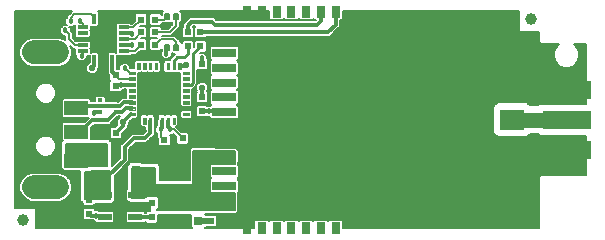
<source format=gtl>
G75*
%MOIN*%
%OFA0B0*%
%FSLAX24Y24*%
%IPPOS*%
%LPD*%
%AMOC8*
5,1,8,0,0,1.08239X$1,22.5*
%
%ADD10R,0.0394X0.0433*%
%ADD11C,0.0787*%
%ADD12C,0.0594*%
%ADD13R,0.0787X0.0472*%
%ADD14R,0.0236X0.0276*%
%ADD15R,0.0236X0.0236*%
%ADD16R,0.0315X0.0315*%
%ADD17R,0.1600X0.0600*%
%ADD18R,0.0472X0.0217*%
%ADD19R,0.0291X0.0364*%
%ADD20C,0.0394*%
%ADD21C,0.0252*%
%ADD22C,0.0035*%
%ADD23R,0.0177X0.0118*%
%ADD24R,0.0315X0.0394*%
%ADD25R,0.0787X0.0315*%
%ADD26R,0.0787X0.0709*%
%ADD27C,0.0069*%
%ADD28R,0.0433X0.0394*%
%ADD29R,0.0354X0.0118*%
%ADD30R,0.0118X0.0354*%
%ADD31C,0.0060*%
%ADD32C,0.0220*%
%ADD33C,0.0200*%
%ADD34C,0.0120*%
%ADD35C,0.0180*%
%ADD36C,0.0500*%
%ADD37C,0.0090*%
%ADD38C,0.0140*%
D10*
X010829Y007912D03*
X010829Y008582D03*
D11*
X007744Y007463D02*
X006957Y007463D01*
X006957Y011951D02*
X007744Y011951D01*
D12*
X007642Y011951D03*
X007051Y011951D03*
X007051Y007463D03*
X007642Y007463D03*
D13*
X008374Y008329D03*
X008374Y009313D03*
X008374Y010101D03*
X008374Y011085D03*
D14*
X009319Y008329D03*
X009319Y007857D03*
D15*
X009269Y008791D03*
X009689Y008791D03*
X009689Y009263D03*
X009269Y009263D03*
X011309Y009023D03*
X011912Y009087D03*
X012385Y009087D03*
X011309Y008551D03*
X011912Y007947D03*
X012385Y007947D03*
X012869Y006803D03*
X012869Y006331D03*
X010889Y006451D03*
X010889Y006923D03*
X008789Y007043D03*
X008789Y006571D03*
X012569Y009991D03*
X012569Y010463D03*
X012557Y011093D03*
X012557Y011565D03*
X012509Y012151D03*
X012089Y012151D03*
X012089Y012623D03*
X012509Y012623D03*
X011005Y012627D03*
X011005Y013047D03*
X010532Y013047D03*
X010532Y012627D03*
X010532Y012207D03*
X011005Y012207D03*
X009685Y011187D03*
X009685Y010827D03*
X009212Y010827D03*
X009212Y011187D03*
D16*
X011853Y006327D03*
X012444Y006327D03*
D17*
X024713Y008707D03*
X024713Y009707D03*
X024713Y010707D03*
D18*
X010343Y007207D03*
X009319Y007207D03*
X009319Y006833D03*
X009319Y006459D03*
X010343Y006459D03*
D19*
X010349Y008011D03*
X010349Y008483D03*
D20*
X006606Y006350D03*
X023535Y013050D03*
D21*
X010626Y011085D02*
X010626Y010077D01*
X010626Y011085D02*
X011634Y011085D01*
X011634Y010077D01*
X010626Y010077D01*
X010626Y010328D02*
X011634Y010328D01*
X011634Y010579D02*
X010626Y010579D01*
X010626Y010830D02*
X011634Y010830D01*
X011634Y011081D02*
X010626Y011081D01*
D22*
X010325Y011031D02*
X010123Y011031D01*
X010123Y011115D01*
X010325Y011115D01*
X010325Y011031D01*
X010325Y011065D02*
X010123Y011065D01*
X010123Y011099D02*
X010325Y011099D01*
X010325Y011228D02*
X010123Y011228D01*
X010123Y011312D01*
X010325Y011312D01*
X010325Y011228D01*
X010325Y011262D02*
X010123Y011262D01*
X010123Y011296D02*
X010325Y011296D01*
X010399Y011385D02*
X010399Y011587D01*
X010483Y011587D01*
X010483Y011385D01*
X010399Y011385D01*
X010399Y011419D02*
X010483Y011419D01*
X010483Y011453D02*
X010399Y011453D01*
X010399Y011487D02*
X010483Y011487D01*
X010483Y011521D02*
X010399Y011521D01*
X010399Y011555D02*
X010483Y011555D01*
X010596Y011587D02*
X010596Y011385D01*
X010596Y011587D02*
X010680Y011587D01*
X010680Y011385D01*
X010596Y011385D01*
X010596Y011419D02*
X010680Y011419D01*
X010680Y011453D02*
X010596Y011453D01*
X010596Y011487D02*
X010680Y011487D01*
X010680Y011521D02*
X010596Y011521D01*
X010596Y011555D02*
X010680Y011555D01*
X010793Y011587D02*
X010793Y011385D01*
X010793Y011587D02*
X010877Y011587D01*
X010877Y011385D01*
X010793Y011385D01*
X010793Y011419D02*
X010877Y011419D01*
X010877Y011453D02*
X010793Y011453D01*
X010793Y011487D02*
X010877Y011487D01*
X010877Y011521D02*
X010793Y011521D01*
X010793Y011555D02*
X010877Y011555D01*
X010989Y011587D02*
X010989Y011385D01*
X010989Y011587D02*
X011073Y011587D01*
X011073Y011385D01*
X010989Y011385D01*
X010989Y011419D02*
X011073Y011419D01*
X011073Y011453D02*
X010989Y011453D01*
X010989Y011487D02*
X011073Y011487D01*
X011073Y011521D02*
X010989Y011521D01*
X010989Y011555D02*
X011073Y011555D01*
X011186Y011587D02*
X011186Y011385D01*
X011186Y011587D02*
X011270Y011587D01*
X011270Y011385D01*
X011186Y011385D01*
X011186Y011419D02*
X011270Y011419D01*
X011270Y011453D02*
X011186Y011453D01*
X011186Y011487D02*
X011270Y011487D01*
X011270Y011521D02*
X011186Y011521D01*
X011186Y011555D02*
X011270Y011555D01*
X011383Y011587D02*
X011383Y011385D01*
X011383Y011587D02*
X011467Y011587D01*
X011467Y011385D01*
X011383Y011385D01*
X011383Y011419D02*
X011467Y011419D01*
X011467Y011453D02*
X011383Y011453D01*
X011383Y011487D02*
X011467Y011487D01*
X011467Y011521D02*
X011383Y011521D01*
X011383Y011555D02*
X011467Y011555D01*
X011580Y011587D02*
X011580Y011385D01*
X011580Y011587D02*
X011664Y011587D01*
X011664Y011385D01*
X011580Y011385D01*
X011580Y011419D02*
X011664Y011419D01*
X011664Y011453D02*
X011580Y011453D01*
X011580Y011487D02*
X011664Y011487D01*
X011664Y011521D02*
X011580Y011521D01*
X011580Y011555D02*
X011664Y011555D01*
X011777Y011587D02*
X011777Y011385D01*
X011777Y011587D02*
X011861Y011587D01*
X011861Y011385D01*
X011777Y011385D01*
X011777Y011419D02*
X011861Y011419D01*
X011861Y011453D02*
X011777Y011453D01*
X011777Y011487D02*
X011861Y011487D01*
X011861Y011521D02*
X011777Y011521D01*
X011777Y011555D02*
X011861Y011555D01*
X011934Y011312D02*
X012136Y011312D01*
X012136Y011228D01*
X011934Y011228D01*
X011934Y011312D01*
X011934Y011262D02*
X012136Y011262D01*
X012136Y011296D02*
X011934Y011296D01*
X011934Y011115D02*
X012136Y011115D01*
X012136Y011031D01*
X011934Y011031D01*
X011934Y011115D01*
X011934Y011065D02*
X012136Y011065D01*
X012136Y011099D02*
X011934Y011099D01*
X011934Y010918D02*
X012136Y010918D01*
X012136Y010834D01*
X011934Y010834D01*
X011934Y010918D01*
X011934Y010868D02*
X012136Y010868D01*
X012136Y010902D02*
X011934Y010902D01*
X011934Y010721D02*
X012136Y010721D01*
X012136Y010637D01*
X011934Y010637D01*
X011934Y010721D01*
X011934Y010671D02*
X012136Y010671D01*
X012136Y010705D02*
X011934Y010705D01*
X011934Y010524D02*
X012136Y010524D01*
X012136Y010440D01*
X011934Y010440D01*
X011934Y010524D01*
X011934Y010474D02*
X012136Y010474D01*
X012136Y010508D02*
X011934Y010508D01*
X011934Y010328D02*
X012136Y010328D01*
X012136Y010244D01*
X011934Y010244D01*
X011934Y010328D01*
X011934Y010278D02*
X012136Y010278D01*
X012136Y010312D02*
X011934Y010312D01*
X011934Y010131D02*
X012136Y010131D01*
X012136Y010047D01*
X011934Y010047D01*
X011934Y010131D01*
X011934Y010081D02*
X012136Y010081D01*
X012136Y010115D02*
X011934Y010115D01*
X011934Y009934D02*
X012136Y009934D01*
X012136Y009850D01*
X011934Y009850D01*
X011934Y009934D01*
X011934Y009884D02*
X012136Y009884D01*
X012136Y009918D02*
X011934Y009918D01*
X011861Y009776D02*
X011861Y009574D01*
X011777Y009574D01*
X011777Y009776D01*
X011861Y009776D01*
X011861Y009608D02*
X011777Y009608D01*
X011777Y009642D02*
X011861Y009642D01*
X011861Y009676D02*
X011777Y009676D01*
X011777Y009710D02*
X011861Y009710D01*
X011861Y009744D02*
X011777Y009744D01*
X011664Y009776D02*
X011664Y009574D01*
X011580Y009574D01*
X011580Y009776D01*
X011664Y009776D01*
X011664Y009608D02*
X011580Y009608D01*
X011580Y009642D02*
X011664Y009642D01*
X011664Y009676D02*
X011580Y009676D01*
X011580Y009710D02*
X011664Y009710D01*
X011664Y009744D02*
X011580Y009744D01*
X011467Y009776D02*
X011467Y009574D01*
X011383Y009574D01*
X011383Y009776D01*
X011467Y009776D01*
X011467Y009608D02*
X011383Y009608D01*
X011383Y009642D02*
X011467Y009642D01*
X011467Y009676D02*
X011383Y009676D01*
X011383Y009710D02*
X011467Y009710D01*
X011467Y009744D02*
X011383Y009744D01*
X011270Y009776D02*
X011270Y009574D01*
X011186Y009574D01*
X011186Y009776D01*
X011270Y009776D01*
X011270Y009608D02*
X011186Y009608D01*
X011186Y009642D02*
X011270Y009642D01*
X011270Y009676D02*
X011186Y009676D01*
X011186Y009710D02*
X011270Y009710D01*
X011270Y009744D02*
X011186Y009744D01*
X011073Y009776D02*
X011073Y009574D01*
X010989Y009574D01*
X010989Y009776D01*
X011073Y009776D01*
X011073Y009608D02*
X010989Y009608D01*
X010989Y009642D02*
X011073Y009642D01*
X011073Y009676D02*
X010989Y009676D01*
X010989Y009710D02*
X011073Y009710D01*
X011073Y009744D02*
X010989Y009744D01*
X010877Y009776D02*
X010877Y009574D01*
X010793Y009574D01*
X010793Y009776D01*
X010877Y009776D01*
X010877Y009608D02*
X010793Y009608D01*
X010793Y009642D02*
X010877Y009642D01*
X010877Y009676D02*
X010793Y009676D01*
X010793Y009710D02*
X010877Y009710D01*
X010877Y009744D02*
X010793Y009744D01*
X010680Y009776D02*
X010680Y009574D01*
X010596Y009574D01*
X010596Y009776D01*
X010680Y009776D01*
X010680Y009608D02*
X010596Y009608D01*
X010596Y009642D02*
X010680Y009642D01*
X010680Y009676D02*
X010596Y009676D01*
X010596Y009710D02*
X010680Y009710D01*
X010680Y009744D02*
X010596Y009744D01*
X010483Y009776D02*
X010483Y009574D01*
X010399Y009574D01*
X010399Y009776D01*
X010483Y009776D01*
X010483Y009608D02*
X010399Y009608D01*
X010399Y009642D02*
X010483Y009642D01*
X010483Y009676D02*
X010399Y009676D01*
X010399Y009710D02*
X010483Y009710D01*
X010483Y009744D02*
X010399Y009744D01*
X010325Y009850D02*
X010123Y009850D01*
X010123Y009934D01*
X010325Y009934D01*
X010325Y009850D01*
X010325Y009884D02*
X010123Y009884D01*
X010123Y009918D02*
X010325Y009918D01*
X010325Y010047D02*
X010123Y010047D01*
X010123Y010131D01*
X010325Y010131D01*
X010325Y010047D01*
X010325Y010081D02*
X010123Y010081D01*
X010123Y010115D02*
X010325Y010115D01*
X010325Y010244D02*
X010123Y010244D01*
X010123Y010328D01*
X010325Y010328D01*
X010325Y010244D01*
X010325Y010278D02*
X010123Y010278D01*
X010123Y010312D02*
X010325Y010312D01*
X010325Y010440D02*
X010123Y010440D01*
X010123Y010524D01*
X010325Y010524D01*
X010325Y010440D01*
X010325Y010474D02*
X010123Y010474D01*
X010123Y010508D02*
X010325Y010508D01*
X010325Y010637D02*
X010123Y010637D01*
X010123Y010721D01*
X010325Y010721D01*
X010325Y010637D01*
X010325Y010671D02*
X010123Y010671D01*
X010123Y010705D02*
X010325Y010705D01*
X010325Y010834D02*
X010123Y010834D01*
X010123Y010918D01*
X010325Y010918D01*
X010325Y010834D01*
X010325Y010868D02*
X010123Y010868D01*
X010123Y010902D02*
X010325Y010902D01*
D23*
X009699Y010358D03*
X009699Y010161D03*
X009699Y009964D03*
X009171Y009964D03*
X009171Y010358D03*
D24*
X014063Y013309D03*
X014555Y013309D03*
X015047Y013309D03*
X015539Y013309D03*
X016031Y013309D03*
X016524Y013309D03*
X017016Y013309D03*
X017016Y006085D03*
X016524Y006085D03*
X016031Y006085D03*
X015539Y006085D03*
X015047Y006085D03*
X014555Y006085D03*
X014063Y006085D03*
D25*
X013295Y007502D03*
X013295Y007994D03*
X013295Y008487D03*
X013295Y008979D03*
X013295Y009471D03*
X013295Y009963D03*
X013295Y010455D03*
X013295Y010947D03*
X013295Y011439D03*
X013295Y011931D03*
X023098Y010908D03*
X023098Y008546D03*
D26*
X022902Y009707D03*
D27*
X011760Y012031D02*
X011760Y012199D01*
X011760Y012031D02*
X011632Y012031D01*
X011632Y012199D01*
X011760Y012199D01*
X011760Y012099D02*
X011632Y012099D01*
X011632Y012167D02*
X011760Y012167D01*
X011465Y012199D02*
X011465Y012031D01*
X011337Y012031D01*
X011337Y012199D01*
X011465Y012199D01*
X011465Y012099D02*
X011337Y012099D01*
X011337Y012167D02*
X011465Y012167D01*
X011465Y013055D02*
X011465Y013223D01*
X011465Y013055D02*
X011337Y013055D01*
X011337Y013223D01*
X011465Y013223D01*
X011465Y013123D02*
X011337Y013123D01*
X011337Y013191D02*
X011465Y013191D01*
X011760Y013223D02*
X011760Y013055D01*
X011632Y013055D01*
X011632Y013223D01*
X011760Y013223D01*
X011760Y013123D02*
X011632Y013123D01*
X011632Y013191D02*
X011760Y013191D01*
D28*
X011814Y008487D03*
X012483Y008487D03*
D29*
X009958Y011993D03*
X009958Y012190D03*
X009958Y012387D03*
X009958Y012584D03*
X009958Y012781D03*
X008580Y012781D03*
X008580Y012584D03*
X008580Y012387D03*
X008580Y012190D03*
X008580Y011993D03*
D30*
X008973Y011698D03*
X009564Y011698D03*
X009564Y013076D03*
X008973Y013076D03*
D31*
X007030Y006756D02*
X007030Y006097D01*
X012232Y006097D01*
X012196Y006132D01*
X012196Y006522D01*
X012202Y006527D01*
X011097Y006527D01*
X011097Y006295D01*
X011044Y006243D01*
X010733Y006243D01*
X010681Y006295D01*
X010681Y006309D01*
X010664Y006309D01*
X010616Y006261D01*
X010069Y006261D01*
X010016Y006314D01*
X010016Y006605D01*
X010069Y006657D01*
X010616Y006657D01*
X010664Y006609D01*
X010684Y006609D01*
X010733Y006659D01*
X010840Y006659D01*
X010840Y006927D01*
X010154Y006927D01*
X010072Y007009D01*
X010069Y007009D01*
X010016Y007062D01*
X010016Y007353D01*
X010060Y007396D01*
X010060Y008173D01*
X010113Y008226D01*
X010113Y008230D01*
X010166Y008283D01*
X010532Y008283D01*
X010547Y008267D01*
X010999Y008267D01*
X011064Y008268D01*
X011065Y008267D01*
X011066Y008267D01*
X011112Y008221D01*
X011159Y008176D01*
X011159Y008174D01*
X011160Y008173D01*
X011160Y008108D01*
X011166Y007697D01*
X012149Y007697D01*
X012149Y008618D01*
X012148Y008618D01*
X012149Y008667D01*
X012149Y008717D01*
X012149Y008717D01*
X012149Y008718D01*
X012184Y008752D01*
X012219Y008787D01*
X012219Y008787D01*
X012220Y008787D01*
X012269Y008787D01*
X012318Y008787D01*
X012319Y008787D01*
X013649Y008777D01*
X013698Y008777D01*
X013699Y008777D01*
X013699Y008777D01*
X013734Y008741D01*
X013769Y008707D01*
X013769Y008706D01*
X013769Y008706D01*
X013769Y008691D01*
X013779Y008681D01*
X013779Y008292D01*
X013769Y008282D01*
X013769Y008200D01*
X013779Y008189D01*
X013779Y007800D01*
X013769Y007789D01*
X013769Y007707D01*
X013779Y007697D01*
X013779Y007308D01*
X013769Y007297D01*
X013769Y006637D01*
X013698Y006567D01*
X012646Y006567D01*
X012691Y006522D01*
X012691Y006517D01*
X012713Y006539D01*
X013024Y006539D01*
X013077Y006486D01*
X013077Y006175D01*
X013024Y006123D01*
X012713Y006123D01*
X012699Y006137D01*
X012691Y006137D01*
X012691Y006132D01*
X012656Y006097D01*
X014308Y006097D01*
X014308Y006319D01*
X014360Y006372D01*
X014750Y006372D01*
X014801Y006321D01*
X014852Y006372D01*
X015242Y006372D01*
X015293Y006321D01*
X015345Y006372D01*
X015734Y006372D01*
X015785Y006321D01*
X015837Y006372D01*
X016226Y006372D01*
X016278Y006321D01*
X016329Y006372D01*
X016718Y006372D01*
X016770Y006321D01*
X016821Y006372D01*
X017211Y006372D01*
X017263Y006319D01*
X017263Y006097D01*
X023795Y006097D01*
X023795Y007792D01*
X023871Y007869D01*
X025370Y007869D01*
X025370Y009177D01*
X023817Y009177D01*
X023767Y009227D01*
X023495Y009227D01*
X023391Y009123D01*
X022413Y009123D01*
X022278Y009257D01*
X022278Y010157D01*
X022413Y010291D01*
X023391Y010291D01*
X023495Y010187D01*
X023767Y010187D01*
X023817Y010237D01*
X025370Y010237D01*
X025370Y012233D01*
X024953Y012233D01*
X024953Y012233D01*
X025073Y012113D01*
X025138Y011957D01*
X025138Y011788D01*
X025073Y011632D01*
X024953Y011512D01*
X024797Y011447D01*
X024628Y011447D01*
X024472Y011512D01*
X024352Y011632D01*
X024287Y011788D01*
X024287Y011957D01*
X024352Y012113D01*
X024472Y012233D01*
X024472Y012233D01*
X023871Y012233D01*
X023795Y012309D01*
X023795Y012626D01*
X023129Y012626D01*
X023112Y012643D01*
X023112Y013317D01*
X017263Y013317D01*
X017263Y013075D01*
X017211Y013023D01*
X017166Y013023D01*
X017166Y012812D01*
X017078Y012724D01*
X016827Y012473D01*
X012717Y012473D01*
X012717Y012468D01*
X012664Y012415D01*
X012353Y012415D01*
X012301Y012468D01*
X012301Y012779D01*
X012339Y012817D01*
X012271Y012817D01*
X012265Y012811D01*
X012297Y012779D01*
X012297Y012468D01*
X012244Y012415D01*
X011933Y012415D01*
X011881Y012468D01*
X011881Y012779D01*
X011933Y012831D01*
X011939Y012831D01*
X011939Y012909D01*
X012059Y013029D01*
X012059Y013029D01*
X012147Y013117D01*
X012971Y013117D01*
X013071Y013017D01*
X016347Y013017D01*
X016352Y013023D01*
X016329Y013023D01*
X016278Y013074D01*
X016226Y013023D01*
X015837Y013023D01*
X015785Y013074D01*
X015734Y013023D01*
X015345Y013023D01*
X015293Y013074D01*
X015242Y013023D01*
X014852Y013023D01*
X014800Y013075D01*
X014800Y013317D01*
X011841Y013317D01*
X011885Y013274D01*
X011885Y013004D01*
X011816Y012935D01*
X011816Y012785D01*
X011609Y012577D01*
X011538Y012507D01*
X011213Y012507D01*
X011213Y012507D01*
X011658Y012507D01*
X011729Y012437D01*
X011816Y012349D01*
X011816Y012319D01*
X011881Y012254D01*
X011881Y012306D01*
X011933Y012359D01*
X012244Y012359D01*
X012297Y012306D01*
X012297Y012130D01*
X012301Y012134D01*
X012301Y012306D01*
X012353Y012359D01*
X012664Y012359D01*
X012717Y012306D01*
X012717Y011995D01*
X012664Y011943D01*
X012491Y011943D01*
X012486Y011937D01*
X012623Y011937D01*
X012729Y011831D01*
X012729Y011757D01*
X012765Y011721D01*
X012765Y011410D01*
X012713Y011357D01*
X012404Y011357D01*
X012404Y010891D01*
X012325Y010812D01*
X012254Y010741D01*
X012244Y010741D01*
X012244Y010593D01*
X012231Y010581D01*
X012244Y010568D01*
X012244Y010396D01*
X012231Y010384D01*
X012244Y010371D01*
X012244Y010200D01*
X012180Y010136D01*
X011890Y010136D01*
X011827Y010200D01*
X011827Y010371D01*
X011840Y010384D01*
X011827Y010396D01*
X011827Y010568D01*
X011840Y010581D01*
X011827Y010593D01*
X011827Y010765D01*
X011840Y010778D01*
X011827Y010790D01*
X011827Y010962D01*
X011840Y010974D01*
X011827Y010987D01*
X011827Y011159D01*
X011840Y011171D01*
X011827Y011184D01*
X011827Y011278D01*
X011733Y011278D01*
X011720Y011291D01*
X011708Y011278D01*
X011536Y011278D01*
X011524Y011291D01*
X011511Y011278D01*
X011339Y011278D01*
X011276Y011341D01*
X011276Y011631D01*
X011339Y011694D01*
X011487Y011694D01*
X011487Y011736D01*
X011594Y011843D01*
X011658Y011907D01*
X011581Y011907D01*
X011549Y011939D01*
X011549Y011832D01*
X011443Y011727D01*
X011294Y011727D01*
X011189Y011832D01*
X011189Y011981D01*
X011213Y012005D01*
X011213Y012051D01*
X011212Y012051D01*
X011213Y012051D02*
X011160Y011999D01*
X010849Y011999D01*
X010797Y012052D01*
X010797Y012362D01*
X010849Y012415D01*
X011043Y012415D01*
X011047Y012419D01*
X010849Y012419D01*
X010797Y012472D01*
X010797Y012782D01*
X010849Y012835D01*
X011160Y012835D01*
X011213Y012782D01*
X011213Y012747D01*
X011439Y012747D01*
X011576Y012884D01*
X011576Y012935D01*
X011549Y012963D01*
X011517Y012931D01*
X011363Y012931D01*
X011359Y012927D01*
X011213Y012927D01*
X011213Y012892D01*
X011160Y012839D01*
X010849Y012839D01*
X010797Y012892D01*
X010797Y013202D01*
X010849Y013255D01*
X011160Y013255D01*
X011213Y013203D01*
X011213Y013274D01*
X011256Y013317D01*
X009096Y013317D01*
X009122Y013290D01*
X009122Y012861D01*
X009070Y012809D01*
X008877Y012809D01*
X008847Y012839D01*
X008847Y012684D01*
X008845Y012682D01*
X008847Y012680D01*
X008847Y012487D01*
X008794Y012435D01*
X008365Y012435D01*
X008313Y012487D01*
X008313Y012680D01*
X008315Y012682D01*
X008313Y012684D01*
X008313Y012856D01*
X008263Y012807D01*
X008143Y012807D01*
X008189Y012761D01*
X008189Y012677D01*
X008249Y012617D01*
X008249Y012437D01*
X008356Y012330D01*
X008365Y012339D01*
X008794Y012339D01*
X008847Y012286D01*
X008847Y012094D01*
X008845Y012092D01*
X008847Y012090D01*
X008847Y011935D01*
X008877Y011965D01*
X009070Y011965D01*
X009122Y011912D01*
X009122Y011775D01*
X009133Y011764D01*
X009133Y011425D01*
X009109Y011401D01*
X009109Y011344D01*
X008992Y011227D01*
X008826Y011227D01*
X008709Y011344D01*
X008709Y011510D01*
X008813Y011614D01*
X008813Y011764D01*
X008824Y011775D01*
X008824Y011874D01*
X008794Y011844D01*
X008729Y011844D01*
X008729Y011772D01*
X008623Y011667D01*
X008474Y011667D01*
X008369Y011772D01*
X008369Y011844D01*
X008365Y011844D01*
X008313Y011897D01*
X008313Y012070D01*
X008276Y012070D01*
X008178Y012168D01*
X008178Y012168D01*
X008228Y012047D01*
X008228Y011855D01*
X008154Y011677D01*
X008018Y011541D01*
X007840Y011467D01*
X006860Y011467D01*
X006683Y011541D01*
X006547Y011677D01*
X006473Y011855D01*
X006473Y012047D01*
X006547Y012225D01*
X006683Y012361D01*
X006860Y012435D01*
X007840Y012435D01*
X008009Y012365D01*
X008009Y012507D01*
X007934Y012507D01*
X007829Y012612D01*
X007829Y012761D01*
X007934Y012867D01*
X008054Y012867D01*
X008009Y012912D01*
X008009Y013061D01*
X008069Y013121D01*
X008069Y013157D01*
X008189Y013277D01*
X008229Y013317D01*
X006339Y013317D01*
X006339Y006774D01*
X007012Y006774D01*
X007030Y006756D01*
X007030Y006727D02*
X008582Y006727D01*
X008581Y006726D02*
X008581Y006415D01*
X008633Y006363D01*
X008785Y006363D01*
X008790Y006357D01*
X008924Y006357D01*
X008954Y006327D01*
X008993Y006327D01*
X008993Y006314D01*
X009045Y006261D01*
X009592Y006261D01*
X009645Y006314D01*
X009645Y006605D01*
X009592Y006657D01*
X009133Y006657D01*
X009103Y006687D01*
X008997Y006687D01*
X008997Y006726D01*
X008944Y006779D01*
X008633Y006779D01*
X008581Y006726D01*
X008581Y006669D02*
X007030Y006669D01*
X007030Y006610D02*
X008581Y006610D01*
X008581Y006552D02*
X007030Y006552D01*
X007030Y006493D02*
X008581Y006493D01*
X008581Y006435D02*
X007030Y006435D01*
X007030Y006376D02*
X008619Y006376D01*
X008993Y006318D02*
X007030Y006318D01*
X007030Y006259D02*
X010716Y006259D01*
X010880Y006459D02*
X010889Y006451D01*
X011097Y006435D02*
X012196Y006435D01*
X012196Y006493D02*
X011097Y006493D01*
X011097Y006376D02*
X012196Y006376D01*
X012196Y006318D02*
X011097Y006318D01*
X011061Y006259D02*
X012196Y006259D01*
X012196Y006201D02*
X007030Y006201D01*
X007030Y006142D02*
X012196Y006142D01*
X012661Y006552D02*
X023795Y006552D01*
X023795Y006610D02*
X013742Y006610D01*
X013769Y006669D02*
X023795Y006669D01*
X023795Y006727D02*
X013769Y006727D01*
X013769Y006786D02*
X023795Y006786D01*
X023795Y006844D02*
X013769Y006844D01*
X013769Y006903D02*
X023795Y006903D01*
X023795Y006961D02*
X013769Y006961D01*
X013769Y007020D02*
X023795Y007020D01*
X023795Y007078D02*
X013769Y007078D01*
X013769Y007137D02*
X023795Y007137D01*
X023795Y007195D02*
X013769Y007195D01*
X013769Y007254D02*
X023795Y007254D01*
X023795Y007312D02*
X013779Y007312D01*
X013779Y007371D02*
X023795Y007371D01*
X023795Y007429D02*
X013779Y007429D01*
X013779Y007488D02*
X023795Y007488D01*
X023795Y007546D02*
X013779Y007546D01*
X013779Y007605D02*
X023795Y007605D01*
X023795Y007663D02*
X013779Y007663D01*
X013769Y007722D02*
X023795Y007722D01*
X023795Y007780D02*
X013769Y007780D01*
X013779Y007839D02*
X023842Y007839D01*
X025370Y007897D02*
X013779Y007897D01*
X013779Y007956D02*
X025370Y007956D01*
X025370Y008014D02*
X013779Y008014D01*
X013779Y008073D02*
X025370Y008073D01*
X025370Y008131D02*
X013779Y008131D01*
X013778Y008190D02*
X025370Y008190D01*
X025370Y008248D02*
X013769Y008248D01*
X013779Y008307D02*
X025370Y008307D01*
X025370Y008365D02*
X013779Y008365D01*
X013779Y008424D02*
X025370Y008424D01*
X025370Y008482D02*
X013779Y008482D01*
X013779Y008541D02*
X025370Y008541D01*
X025370Y008599D02*
X013779Y008599D01*
X013779Y008658D02*
X025370Y008658D01*
X025370Y008716D02*
X013759Y008716D01*
X013701Y008775D02*
X025370Y008775D01*
X025370Y008833D02*
X011482Y008833D01*
X011464Y008815D02*
X011517Y008868D01*
X011517Y009179D01*
X011488Y009207D01*
X011563Y009207D01*
X011593Y009237D01*
X011704Y009125D01*
X011704Y008932D01*
X011757Y008879D01*
X012068Y008879D01*
X012121Y008932D01*
X012121Y009242D01*
X012068Y009295D01*
X011874Y009295D01*
X011702Y009467D01*
X011708Y009467D01*
X011771Y009530D01*
X011771Y009820D01*
X011708Y009883D01*
X011536Y009883D01*
X011524Y009871D01*
X011511Y009883D01*
X011339Y009883D01*
X011327Y009871D01*
X011314Y009883D01*
X011142Y009883D01*
X011079Y009820D01*
X011079Y009738D01*
X011078Y009737D01*
X011078Y009531D01*
X011009Y009461D01*
X011009Y009312D01*
X011069Y009252D01*
X011069Y009093D01*
X011101Y009062D01*
X011101Y008868D01*
X011153Y008815D01*
X011464Y008815D01*
X011517Y008892D02*
X011744Y008892D01*
X011704Y008950D02*
X011517Y008950D01*
X011517Y009009D02*
X011704Y009009D01*
X011704Y009067D02*
X011517Y009067D01*
X011517Y009126D02*
X011704Y009126D01*
X011645Y009184D02*
X011511Y009184D01*
X011489Y009387D02*
X011612Y009387D01*
X011912Y009087D01*
X012121Y009067D02*
X025370Y009067D01*
X025370Y009009D02*
X012121Y009009D01*
X012121Y008950D02*
X025370Y008950D01*
X025370Y008892D02*
X012081Y008892D01*
X012207Y008775D02*
X010189Y008775D01*
X010139Y008725D02*
X010351Y008937D01*
X010711Y008937D01*
X010799Y009025D01*
X010979Y009205D01*
X010979Y009342D01*
X011009Y009372D01*
X011009Y009521D01*
X010985Y009546D01*
X010985Y009737D01*
X010984Y009738D01*
X010984Y009820D01*
X010921Y009883D01*
X010749Y009883D01*
X010736Y009871D01*
X010724Y009883D01*
X010552Y009883D01*
X010489Y009820D01*
X010489Y009530D01*
X010552Y009467D01*
X010649Y009467D01*
X010649Y009372D01*
X010679Y009342D01*
X010679Y009329D01*
X010587Y009237D01*
X010227Y009237D01*
X009927Y008937D01*
X009839Y008849D01*
X009839Y008439D01*
X009566Y008167D01*
X009550Y008167D01*
X009550Y008963D01*
X009456Y009057D01*
X008858Y009057D01*
X008858Y009424D01*
X008971Y009537D01*
X009484Y009537D01*
X009572Y009625D01*
X009761Y009814D01*
X009833Y009814D01*
X009729Y009710D01*
X009729Y009544D01*
X009736Y009537D01*
X009670Y009471D01*
X009533Y009471D01*
X009481Y009419D01*
X009481Y009108D01*
X009533Y009055D01*
X009844Y009055D01*
X009897Y009108D01*
X009897Y009245D01*
X010089Y009437D01*
X010089Y009504D01*
X010129Y009544D01*
X010129Y009615D01*
X010257Y009743D01*
X010369Y009743D01*
X010433Y009806D01*
X010433Y009978D01*
X010420Y009990D01*
X010433Y010003D01*
X010433Y010175D01*
X010420Y010187D01*
X010433Y010200D01*
X010433Y010371D01*
X010420Y010384D01*
X010433Y010396D01*
X010433Y010568D01*
X010420Y010581D01*
X010433Y010593D01*
X010433Y010765D01*
X010420Y010778D01*
X010433Y010790D01*
X010433Y010962D01*
X010420Y010974D01*
X010433Y010987D01*
X010433Y011159D01*
X010420Y011171D01*
X010433Y011184D01*
X010433Y011278D01*
X010527Y011278D01*
X010539Y011291D01*
X010552Y011278D01*
X010724Y011278D01*
X010736Y011291D01*
X010749Y011278D01*
X010921Y011278D01*
X010933Y011291D01*
X010946Y011278D01*
X011117Y011278D01*
X011181Y011341D01*
X011181Y011631D01*
X011117Y011694D01*
X010946Y011694D01*
X010933Y011682D01*
X010921Y011694D01*
X010749Y011694D01*
X010736Y011682D01*
X010724Y011694D01*
X010552Y011694D01*
X010539Y011682D01*
X010527Y011694D01*
X010355Y011694D01*
X010292Y011631D01*
X010292Y011419D01*
X010169Y011419D01*
X010169Y011501D01*
X010063Y011607D01*
X009914Y011607D01*
X009809Y011501D01*
X009809Y011395D01*
X009714Y011395D01*
X009714Y011760D01*
X009713Y011761D01*
X009713Y011874D01*
X009743Y011844D01*
X010172Y011844D01*
X010201Y011873D01*
X010368Y011873D01*
X010494Y011999D01*
X010688Y011999D01*
X010741Y012052D01*
X010741Y012362D01*
X010688Y012415D01*
X010518Y012415D01*
X010521Y012419D01*
X010688Y012419D01*
X010741Y012472D01*
X010741Y012782D01*
X010688Y012835D01*
X010490Y012835D01*
X010494Y012839D01*
X010688Y012839D01*
X010741Y012892D01*
X010741Y013202D01*
X010688Y013255D01*
X010377Y013255D01*
X010324Y013202D01*
X010324Y013009D01*
X010216Y012901D01*
X010201Y012901D01*
X010172Y012930D01*
X009743Y012930D01*
X009690Y012877D01*
X009690Y012684D01*
X009693Y012682D01*
X009690Y012680D01*
X009690Y012487D01*
X009693Y012485D01*
X009690Y012483D01*
X009690Y012291D01*
X009693Y012289D01*
X009690Y012286D01*
X009690Y012094D01*
X009693Y012092D01*
X009690Y012090D01*
X009690Y011935D01*
X009660Y011965D01*
X009468Y011965D01*
X009415Y011912D01*
X009415Y011761D01*
X009414Y011760D01*
X009414Y011246D01*
X009477Y011183D01*
X009477Y011032D01*
X009501Y011007D01*
X009477Y010982D01*
X009477Y010672D01*
X009529Y010619D01*
X009840Y010619D01*
X009893Y010672D01*
X009893Y010696D01*
X009943Y010696D01*
X009973Y010726D01*
X010016Y010726D01*
X010016Y010593D01*
X010029Y010581D01*
X010016Y010568D01*
X010016Y010437D01*
X009887Y010437D01*
X009761Y010311D01*
X009755Y010317D01*
X009350Y010317D01*
X009350Y010454D01*
X009297Y010507D01*
X009045Y010507D01*
X008993Y010454D01*
X008993Y010317D01*
X008858Y010317D01*
X008858Y010374D01*
X008805Y010427D01*
X007943Y010427D01*
X007890Y010374D01*
X007890Y009827D01*
X007943Y009775D01*
X008784Y009775D01*
X008649Y009640D01*
X007943Y009640D01*
X007890Y009587D01*
X007890Y009040D01*
X007913Y009017D01*
X007860Y008963D01*
X007860Y008081D01*
X007954Y007987D01*
X008510Y007987D01*
X008510Y007001D01*
X008581Y006930D01*
X008581Y006888D01*
X008633Y006835D01*
X008944Y006835D01*
X008997Y006888D01*
X008997Y006907D01*
X009566Y006907D01*
X009660Y007001D01*
X009660Y007836D01*
X010139Y008315D01*
X010139Y008725D01*
X010139Y008716D02*
X012149Y008716D01*
X012149Y008658D02*
X010139Y008658D01*
X010139Y008599D02*
X012149Y008599D01*
X012149Y008541D02*
X010139Y008541D01*
X010139Y008482D02*
X012149Y008482D01*
X012149Y008424D02*
X010139Y008424D01*
X010139Y008365D02*
X012149Y008365D01*
X012149Y008307D02*
X010131Y008307D01*
X010131Y008248D02*
X010072Y008248D01*
X010077Y008190D02*
X010014Y008190D01*
X010060Y008131D02*
X009955Y008131D01*
X009897Y008073D02*
X010060Y008073D01*
X010060Y008014D02*
X009838Y008014D01*
X009780Y007956D02*
X010060Y007956D01*
X010060Y007897D02*
X009721Y007897D01*
X009663Y007839D02*
X010060Y007839D01*
X010060Y007780D02*
X009660Y007780D01*
X009660Y007722D02*
X010060Y007722D01*
X010060Y007663D02*
X009660Y007663D01*
X009660Y007605D02*
X010060Y007605D01*
X010060Y007546D02*
X009660Y007546D01*
X009660Y007488D02*
X010060Y007488D01*
X010060Y007429D02*
X009660Y007429D01*
X009660Y007371D02*
X010035Y007371D01*
X010016Y007312D02*
X009660Y007312D01*
X009660Y007254D02*
X010016Y007254D01*
X010016Y007195D02*
X009660Y007195D01*
X009660Y007137D02*
X010016Y007137D01*
X010016Y007078D02*
X009660Y007078D01*
X009660Y007020D02*
X010058Y007020D01*
X010119Y006961D02*
X009621Y006961D01*
X009500Y007071D02*
X009029Y007071D01*
X009025Y007067D01*
X008670Y007067D01*
X008670Y007963D01*
X008822Y007963D01*
X008866Y008007D01*
X009500Y008007D01*
X009500Y007071D01*
X009500Y007078D02*
X008670Y007078D01*
X008670Y007137D02*
X009500Y007137D01*
X009500Y007195D02*
X008670Y007195D01*
X008670Y007254D02*
X009500Y007254D01*
X009500Y007312D02*
X008670Y007312D01*
X008670Y007371D02*
X009500Y007371D01*
X009500Y007429D02*
X008670Y007429D01*
X008670Y007488D02*
X009500Y007488D01*
X009500Y007546D02*
X008670Y007546D01*
X008670Y007605D02*
X009500Y007605D01*
X009500Y007663D02*
X008670Y007663D01*
X008670Y007722D02*
X009500Y007722D01*
X009500Y007780D02*
X008670Y007780D01*
X008670Y007839D02*
X009500Y007839D01*
X009500Y007897D02*
X008670Y007897D01*
X008670Y007956D02*
X009500Y007956D01*
X009566Y008167D02*
X009566Y008167D01*
X009550Y008190D02*
X009590Y008190D01*
X009550Y008248D02*
X009648Y008248D01*
X009707Y008307D02*
X009550Y008307D01*
X009550Y008365D02*
X009765Y008365D01*
X009824Y008424D02*
X009550Y008424D01*
X009550Y008482D02*
X009839Y008482D01*
X009839Y008541D02*
X009550Y008541D01*
X009550Y008599D02*
X009839Y008599D01*
X009839Y008658D02*
X009550Y008658D01*
X009550Y008716D02*
X009839Y008716D01*
X009839Y008775D02*
X009550Y008775D01*
X009550Y008833D02*
X009839Y008833D01*
X009882Y008892D02*
X009550Y008892D01*
X009550Y008950D02*
X009940Y008950D01*
X009999Y009009D02*
X009504Y009009D01*
X009521Y009067D02*
X008858Y009067D01*
X008858Y009126D02*
X009481Y009126D01*
X009481Y009184D02*
X008858Y009184D01*
X008858Y009243D02*
X009481Y009243D01*
X009481Y009301D02*
X008858Y009301D01*
X008858Y009360D02*
X009481Y009360D01*
X009481Y009418D02*
X008858Y009418D01*
X008911Y009477D02*
X009676Y009477D01*
X009735Y009535D02*
X008969Y009535D01*
X008779Y009769D02*
X006339Y009769D01*
X006339Y009711D02*
X008721Y009711D01*
X008662Y009652D02*
X006339Y009652D01*
X006339Y009594D02*
X007897Y009594D01*
X007890Y009535D02*
X006339Y009535D01*
X006339Y009477D02*
X007890Y009477D01*
X007890Y009418D02*
X006339Y009418D01*
X006339Y009360D02*
X007890Y009360D01*
X007890Y009301D02*
X006339Y009301D01*
X006339Y009243D02*
X007890Y009243D01*
X007890Y009184D02*
X006339Y009184D01*
X006339Y009126D02*
X007180Y009126D01*
X007154Y009115D02*
X007057Y009018D01*
X007004Y008890D01*
X007004Y008752D01*
X007057Y008625D01*
X007154Y008527D01*
X007281Y008475D01*
X007419Y008475D01*
X007547Y008527D01*
X007644Y008625D01*
X007697Y008752D01*
X007697Y008890D01*
X007644Y009018D01*
X007547Y009115D01*
X007419Y009168D01*
X007281Y009168D01*
X007154Y009115D01*
X007107Y009067D02*
X006339Y009067D01*
X006339Y009009D02*
X007053Y009009D01*
X007029Y008950D02*
X006339Y008950D01*
X006339Y008892D02*
X007005Y008892D01*
X007004Y008833D02*
X006339Y008833D01*
X006339Y008775D02*
X007004Y008775D01*
X007019Y008716D02*
X006339Y008716D01*
X006339Y008658D02*
X007043Y008658D01*
X007082Y008599D02*
X006339Y008599D01*
X006339Y008541D02*
X007141Y008541D01*
X007263Y008482D02*
X006339Y008482D01*
X006339Y008424D02*
X007860Y008424D01*
X007860Y008482D02*
X007438Y008482D01*
X007560Y008541D02*
X007860Y008541D01*
X007860Y008599D02*
X007619Y008599D01*
X007658Y008658D02*
X007860Y008658D01*
X007860Y008716D02*
X007682Y008716D01*
X007697Y008775D02*
X007860Y008775D01*
X007860Y008833D02*
X007697Y008833D01*
X007696Y008892D02*
X007860Y008892D01*
X007860Y008950D02*
X007672Y008950D01*
X007648Y009009D02*
X007906Y009009D01*
X007890Y009067D02*
X007594Y009067D01*
X007520Y009126D02*
X007890Y009126D01*
X008020Y008897D02*
X009390Y008897D01*
X009390Y008167D01*
X008604Y008167D01*
X008584Y008147D01*
X008020Y008147D01*
X008020Y008897D01*
X008020Y008892D02*
X009390Y008892D01*
X009390Y008833D02*
X008020Y008833D01*
X008020Y008775D02*
X009390Y008775D01*
X009390Y008716D02*
X008020Y008716D01*
X008020Y008658D02*
X009390Y008658D01*
X009390Y008599D02*
X008020Y008599D01*
X008020Y008541D02*
X009390Y008541D01*
X009390Y008482D02*
X008020Y008482D01*
X008020Y008424D02*
X009390Y008424D01*
X009390Y008365D02*
X008020Y008365D01*
X008020Y008307D02*
X009390Y008307D01*
X009390Y008248D02*
X008020Y008248D01*
X008020Y008190D02*
X009390Y008190D01*
X010220Y008107D02*
X010999Y008107D01*
X011000Y008106D01*
X011009Y007537D01*
X012389Y007537D01*
X012389Y006687D01*
X011073Y006687D01*
X011137Y006751D01*
X011137Y007095D01*
X011061Y007171D01*
X010717Y007171D01*
X010641Y007095D01*
X010641Y007087D01*
X010220Y007087D01*
X010220Y008107D01*
X010220Y008073D02*
X011001Y008073D01*
X011001Y008014D02*
X010220Y008014D01*
X010220Y007956D02*
X011002Y007956D01*
X011003Y007897D02*
X010220Y007897D01*
X010220Y007839D02*
X011004Y007839D01*
X011005Y007780D02*
X010220Y007780D01*
X010220Y007722D02*
X011006Y007722D01*
X011007Y007663D02*
X010220Y007663D01*
X010220Y007605D02*
X011008Y007605D01*
X011009Y007546D02*
X010220Y007546D01*
X010220Y007488D02*
X012389Y007488D01*
X012389Y007429D02*
X010220Y007429D01*
X010220Y007371D02*
X012389Y007371D01*
X012389Y007312D02*
X010220Y007312D01*
X010220Y007254D02*
X012389Y007254D01*
X012389Y007195D02*
X010220Y007195D01*
X010220Y007137D02*
X010682Y007137D01*
X011095Y007137D02*
X012389Y007137D01*
X012389Y007078D02*
X011137Y007078D01*
X011137Y007020D02*
X012389Y007020D01*
X012389Y006961D02*
X011137Y006961D01*
X011137Y006903D02*
X012389Y006903D01*
X012389Y006844D02*
X011137Y006844D01*
X011137Y006786D02*
X012389Y006786D01*
X012389Y006727D02*
X011113Y006727D01*
X010840Y006727D02*
X008995Y006727D01*
X008953Y006844D02*
X010840Y006844D01*
X010840Y006786D02*
X006339Y006786D01*
X006339Y006844D02*
X008624Y006844D01*
X008581Y006903D02*
X006339Y006903D01*
X006339Y006961D02*
X008549Y006961D01*
X008510Y007020D02*
X007938Y007020D01*
X008018Y007053D02*
X008154Y007189D01*
X008228Y007367D01*
X008228Y007559D01*
X008154Y007737D01*
X008018Y007873D01*
X007840Y007947D01*
X006860Y007947D01*
X006683Y007873D01*
X006547Y007737D01*
X006473Y007559D01*
X006473Y007367D01*
X006547Y007189D01*
X006683Y007053D01*
X006860Y006979D01*
X007840Y006979D01*
X008018Y007053D01*
X008044Y007078D02*
X008510Y007078D01*
X008510Y007137D02*
X008102Y007137D01*
X008157Y007195D02*
X008510Y007195D01*
X008510Y007254D02*
X008181Y007254D01*
X008205Y007312D02*
X008510Y007312D01*
X008510Y007371D02*
X008228Y007371D01*
X008228Y007429D02*
X008510Y007429D01*
X008510Y007488D02*
X008228Y007488D01*
X008228Y007546D02*
X008510Y007546D01*
X008510Y007605D02*
X008209Y007605D01*
X008185Y007663D02*
X008510Y007663D01*
X008510Y007722D02*
X008160Y007722D01*
X008111Y007780D02*
X008510Y007780D01*
X008510Y007839D02*
X008052Y007839D01*
X007959Y007897D02*
X008510Y007897D01*
X008510Y007956D02*
X006339Y007956D01*
X006339Y008014D02*
X007926Y008014D01*
X007868Y008073D02*
X006339Y008073D01*
X006339Y008131D02*
X007860Y008131D01*
X007860Y008190D02*
X006339Y008190D01*
X006339Y008248D02*
X007860Y008248D01*
X007860Y008307D02*
X006339Y008307D01*
X006339Y008365D02*
X007860Y008365D01*
X006742Y007897D02*
X006339Y007897D01*
X006339Y007839D02*
X006649Y007839D01*
X006590Y007780D02*
X006339Y007780D01*
X006339Y007722D02*
X006540Y007722D01*
X006516Y007663D02*
X006339Y007663D01*
X006339Y007605D02*
X006492Y007605D01*
X006473Y007546D02*
X006339Y007546D01*
X006339Y007488D02*
X006473Y007488D01*
X006473Y007429D02*
X006339Y007429D01*
X006339Y007371D02*
X006473Y007371D01*
X006496Y007312D02*
X006339Y007312D01*
X006339Y007254D02*
X006520Y007254D01*
X006544Y007195D02*
X006339Y007195D01*
X006339Y007137D02*
X006599Y007137D01*
X006657Y007078D02*
X006339Y007078D01*
X006339Y007020D02*
X006762Y007020D01*
X008997Y006903D02*
X010840Y006903D01*
X010840Y006669D02*
X009121Y006669D01*
X009271Y006507D02*
X009319Y006459D01*
X009645Y006435D02*
X010016Y006435D01*
X010016Y006493D02*
X009645Y006493D01*
X009645Y006552D02*
X010016Y006552D01*
X010022Y006610D02*
X009639Y006610D01*
X009645Y006376D02*
X010016Y006376D01*
X010016Y006318D02*
X009645Y006318D01*
X010663Y006610D02*
X010685Y006610D01*
X012269Y006687D02*
X013649Y006687D01*
X013649Y007255D01*
X012864Y007255D01*
X012812Y007308D01*
X012812Y007697D01*
X012863Y007748D01*
X012812Y007800D01*
X012812Y008189D01*
X012864Y008242D01*
X013649Y008242D01*
X013649Y008657D01*
X012269Y008667D01*
X012269Y006687D01*
X012269Y006727D02*
X013649Y006727D01*
X013649Y006786D02*
X012269Y006786D01*
X012269Y006844D02*
X013649Y006844D01*
X013649Y006903D02*
X012269Y006903D01*
X012269Y006961D02*
X013649Y006961D01*
X013649Y007020D02*
X012269Y007020D01*
X012269Y007078D02*
X013649Y007078D01*
X013649Y007137D02*
X012269Y007137D01*
X012269Y007195D02*
X013649Y007195D01*
X013649Y007254D02*
X012269Y007254D01*
X012269Y007312D02*
X012812Y007312D01*
X012812Y007371D02*
X012269Y007371D01*
X012269Y007429D02*
X012812Y007429D01*
X012812Y007488D02*
X012269Y007488D01*
X012269Y007546D02*
X012812Y007546D01*
X012812Y007605D02*
X012269Y007605D01*
X012269Y007663D02*
X012812Y007663D01*
X012836Y007722D02*
X012269Y007722D01*
X012269Y007780D02*
X012831Y007780D01*
X012812Y007839D02*
X012269Y007839D01*
X012269Y007897D02*
X012812Y007897D01*
X012812Y007956D02*
X012269Y007956D01*
X012269Y008014D02*
X012812Y008014D01*
X012812Y008073D02*
X012269Y008073D01*
X012269Y008131D02*
X012812Y008131D01*
X012812Y008190D02*
X012269Y008190D01*
X012269Y008248D02*
X013649Y008248D01*
X013649Y008307D02*
X012269Y008307D01*
X012269Y008365D02*
X013649Y008365D01*
X013649Y008424D02*
X012269Y008424D01*
X012269Y008482D02*
X013649Y008482D01*
X013649Y008541D02*
X012269Y008541D01*
X012269Y008599D02*
X013649Y008599D01*
X013509Y008658D02*
X012269Y008658D01*
X012149Y008248D02*
X011085Y008248D01*
X011144Y008190D02*
X012149Y008190D01*
X012149Y008131D02*
X011160Y008131D01*
X011161Y008073D02*
X012149Y008073D01*
X012149Y008014D02*
X011161Y008014D01*
X011162Y007956D02*
X012149Y007956D01*
X012149Y007897D02*
X011163Y007897D01*
X011164Y007839D02*
X012149Y007839D01*
X012149Y007780D02*
X011165Y007780D01*
X011166Y007722D02*
X012149Y007722D01*
X011135Y008833D02*
X010247Y008833D01*
X010306Y008892D02*
X011101Y008892D01*
X011101Y008950D02*
X010724Y008950D01*
X010783Y009009D02*
X011101Y009009D01*
X011095Y009067D02*
X010841Y009067D01*
X010900Y009126D02*
X011069Y009126D01*
X011069Y009184D02*
X010958Y009184D01*
X010979Y009243D02*
X011069Y009243D01*
X011020Y009301D02*
X010979Y009301D01*
X010996Y009360D02*
X011009Y009360D01*
X011009Y009418D02*
X011009Y009418D01*
X011009Y009477D02*
X011024Y009477D01*
X010995Y009535D02*
X011078Y009535D01*
X011078Y009594D02*
X010985Y009594D01*
X010985Y009652D02*
X011078Y009652D01*
X011078Y009711D02*
X010985Y009711D01*
X010984Y009769D02*
X011079Y009769D01*
X011087Y009828D02*
X010976Y009828D01*
X010496Y009828D02*
X010433Y009828D01*
X010433Y009886D02*
X011827Y009886D01*
X011827Y009828D02*
X011763Y009828D01*
X011771Y009769D02*
X011864Y009769D01*
X011890Y009743D02*
X012180Y009743D01*
X012244Y009806D01*
X012244Y009978D01*
X012180Y010041D01*
X011890Y010041D01*
X011827Y009978D01*
X011827Y009806D01*
X011890Y009743D01*
X011771Y009711D02*
X022278Y009711D01*
X022278Y009769D02*
X013779Y009769D01*
X013779Y009768D02*
X013779Y010158D01*
X013728Y010209D01*
X013779Y010260D01*
X013779Y010650D01*
X013728Y010701D01*
X013779Y010752D01*
X013779Y011142D01*
X013728Y011193D01*
X013779Y011245D01*
X013779Y011634D01*
X013728Y011685D01*
X013779Y011737D01*
X013779Y012126D01*
X013726Y012179D01*
X012864Y012179D01*
X012812Y012126D01*
X012812Y011737D01*
X012863Y011685D01*
X012812Y011634D01*
X012812Y011245D01*
X012863Y011193D01*
X012812Y011142D01*
X012812Y010752D01*
X012863Y010701D01*
X012812Y010650D01*
X012812Y010260D01*
X012863Y010209D01*
X012821Y010167D01*
X012756Y010167D01*
X012724Y010199D01*
X012413Y010199D01*
X012361Y010146D01*
X012361Y009835D01*
X012413Y009783D01*
X012724Y009783D01*
X012748Y009807D01*
X012812Y009807D01*
X012812Y009768D01*
X012864Y009716D01*
X013726Y009716D01*
X013779Y009768D01*
X013779Y009828D02*
X022278Y009828D01*
X022278Y009886D02*
X013779Y009886D01*
X013779Y009945D02*
X022278Y009945D01*
X022278Y010003D02*
X013779Y010003D01*
X013779Y010062D02*
X022278Y010062D01*
X022278Y010120D02*
X013779Y010120D01*
X013758Y010179D02*
X022300Y010179D01*
X022359Y010237D02*
X013756Y010237D01*
X013779Y010296D02*
X025370Y010296D01*
X025370Y010354D02*
X013779Y010354D01*
X013779Y010413D02*
X025370Y010413D01*
X025370Y010471D02*
X013779Y010471D01*
X013779Y010530D02*
X025370Y010530D01*
X025370Y010588D02*
X013779Y010588D01*
X013779Y010647D02*
X025370Y010647D01*
X025370Y010705D02*
X013732Y010705D01*
X013779Y010764D02*
X025370Y010764D01*
X025370Y010822D02*
X013779Y010822D01*
X013779Y010881D02*
X025370Y010881D01*
X025370Y010939D02*
X013779Y010939D01*
X013779Y010998D02*
X025370Y010998D01*
X025370Y011056D02*
X013779Y011056D01*
X013779Y011115D02*
X025370Y011115D01*
X025370Y011173D02*
X013748Y011173D01*
X013766Y011232D02*
X025370Y011232D01*
X025370Y011290D02*
X013779Y011290D01*
X013779Y011349D02*
X025370Y011349D01*
X025370Y011407D02*
X013779Y011407D01*
X013779Y011466D02*
X024583Y011466D01*
X024459Y011524D02*
X013779Y011524D01*
X013779Y011583D02*
X024401Y011583D01*
X024348Y011641D02*
X013772Y011641D01*
X013742Y011700D02*
X024324Y011700D01*
X024299Y011758D02*
X013779Y011758D01*
X013779Y011817D02*
X024287Y011817D01*
X024287Y011875D02*
X013779Y011875D01*
X013779Y011934D02*
X024287Y011934D01*
X024302Y011992D02*
X013779Y011992D01*
X013779Y012051D02*
X024326Y012051D01*
X024350Y012109D02*
X013779Y012109D01*
X013737Y012168D02*
X024407Y012168D01*
X024465Y012226D02*
X012717Y012226D01*
X012717Y012168D02*
X012853Y012168D01*
X012812Y012109D02*
X012717Y012109D01*
X012717Y012051D02*
X012812Y012051D01*
X012812Y011992D02*
X012714Y011992D01*
X012626Y011934D02*
X012812Y011934D01*
X012812Y011875D02*
X012685Y011875D01*
X012729Y011817D02*
X012812Y011817D01*
X012812Y011758D02*
X012729Y011758D01*
X012765Y011700D02*
X012848Y011700D01*
X012819Y011641D02*
X012765Y011641D01*
X012765Y011583D02*
X012812Y011583D01*
X012812Y011524D02*
X012765Y011524D01*
X012765Y011466D02*
X012812Y011466D01*
X012812Y011407D02*
X012763Y011407D01*
X012812Y011349D02*
X012404Y011349D01*
X012404Y011290D02*
X012812Y011290D01*
X012824Y011232D02*
X012404Y011232D01*
X012404Y011173D02*
X012843Y011173D01*
X012812Y011115D02*
X012404Y011115D01*
X012404Y011056D02*
X012812Y011056D01*
X012812Y010998D02*
X012404Y010998D01*
X012404Y010939D02*
X012458Y010939D01*
X012486Y010967D02*
X012369Y010850D01*
X012369Y010684D01*
X012397Y010655D01*
X012361Y010619D01*
X012361Y010308D01*
X012413Y010255D01*
X012724Y010255D01*
X012777Y010308D01*
X012777Y010619D01*
X012740Y010655D01*
X012769Y010684D01*
X012769Y010850D01*
X012652Y010967D01*
X012486Y010967D01*
X012400Y010881D02*
X012394Y010881D01*
X012369Y010822D02*
X012335Y010822D01*
X012369Y010764D02*
X012277Y010764D01*
X012244Y010705D02*
X012369Y010705D01*
X012389Y010647D02*
X012244Y010647D01*
X012239Y010588D02*
X012361Y010588D01*
X012361Y010530D02*
X012244Y010530D01*
X012244Y010471D02*
X012361Y010471D01*
X012361Y010413D02*
X012244Y010413D01*
X012244Y010354D02*
X012361Y010354D01*
X012372Y010296D02*
X012244Y010296D01*
X012244Y010237D02*
X012834Y010237D01*
X012833Y010179D02*
X012744Y010179D01*
X012765Y010296D02*
X012812Y010296D01*
X012812Y010354D02*
X012777Y010354D01*
X012777Y010413D02*
X012812Y010413D01*
X012812Y010471D02*
X012777Y010471D01*
X012777Y010530D02*
X012812Y010530D01*
X012812Y010588D02*
X012777Y010588D01*
X012748Y010647D02*
X012812Y010647D01*
X012769Y010705D02*
X012859Y010705D01*
X012812Y010764D02*
X012769Y010764D01*
X012769Y010822D02*
X012812Y010822D01*
X012812Y010881D02*
X012737Y010881D01*
X012679Y010939D02*
X012812Y010939D01*
X011827Y010939D02*
X010433Y010939D01*
X010433Y010881D02*
X011827Y010881D01*
X011827Y010822D02*
X010433Y010822D01*
X010433Y010764D02*
X011827Y010764D01*
X011827Y010705D02*
X010433Y010705D01*
X010433Y010647D02*
X011827Y010647D01*
X011832Y010588D02*
X010428Y010588D01*
X010433Y010530D02*
X011827Y010530D01*
X011827Y010471D02*
X010433Y010471D01*
X010433Y010413D02*
X011827Y010413D01*
X011827Y010354D02*
X010433Y010354D01*
X010433Y010296D02*
X011827Y010296D01*
X011827Y010237D02*
X010433Y010237D01*
X010428Y010179D02*
X011848Y010179D01*
X011853Y010003D02*
X010433Y010003D01*
X010433Y009945D02*
X011827Y009945D01*
X012218Y010003D02*
X012361Y010003D01*
X012361Y009945D02*
X012244Y009945D01*
X012244Y009886D02*
X012361Y009886D01*
X012368Y009828D02*
X012244Y009828D01*
X012207Y009769D02*
X012812Y009769D01*
X012809Y009987D02*
X012805Y009991D01*
X012361Y010062D02*
X010433Y010062D01*
X010433Y010120D02*
X012361Y010120D01*
X012393Y010179D02*
X012223Y010179D01*
X011771Y009652D02*
X022278Y009652D01*
X022278Y009594D02*
X011771Y009594D01*
X011771Y009535D02*
X022278Y009535D01*
X022278Y009477D02*
X011718Y009477D01*
X011751Y009418D02*
X022278Y009418D01*
X022278Y009360D02*
X011809Y009360D01*
X011868Y009301D02*
X022278Y009301D01*
X022292Y009243D02*
X012120Y009243D01*
X012121Y009184D02*
X022351Y009184D01*
X022409Y009126D02*
X012121Y009126D01*
X011309Y009023D02*
X011189Y009143D01*
X011189Y009387D01*
X010661Y009360D02*
X010012Y009360D01*
X010070Y009418D02*
X010649Y009418D01*
X010651Y009301D02*
X009953Y009301D01*
X009897Y009243D02*
X010593Y009243D01*
X010542Y009477D02*
X010089Y009477D01*
X010120Y009535D02*
X010489Y009535D01*
X010489Y009594D02*
X010129Y009594D01*
X010166Y009652D02*
X010489Y009652D01*
X010489Y009711D02*
X010225Y009711D01*
X010224Y009892D02*
X010194Y009892D01*
X010396Y009769D02*
X010489Y009769D01*
X009788Y009769D02*
X009717Y009769D01*
X009730Y009711D02*
X009658Y009711D01*
X009600Y009652D02*
X009729Y009652D01*
X009729Y009594D02*
X009541Y009594D01*
X009897Y009184D02*
X010174Y009184D01*
X010116Y009126D02*
X009897Y009126D01*
X009856Y009067D02*
X010057Y009067D01*
X009325Y008787D02*
X009269Y008791D01*
X007890Y009828D02*
X006339Y009828D01*
X006339Y009886D02*
X007890Y009886D01*
X007890Y009945D02*
X006339Y009945D01*
X006339Y010003D02*
X007890Y010003D01*
X007890Y010062D02*
X006339Y010062D01*
X006339Y010120D02*
X007890Y010120D01*
X007890Y010179D02*
X006339Y010179D01*
X006339Y010237D02*
X007890Y010237D01*
X007890Y010296D02*
X007539Y010296D01*
X007547Y010299D02*
X007644Y010397D01*
X007697Y010524D01*
X007697Y010662D01*
X007644Y010789D01*
X007547Y010887D01*
X007419Y010939D01*
X007281Y010939D01*
X007154Y010887D01*
X007057Y010789D01*
X007004Y010662D01*
X007004Y010524D01*
X007057Y010397D01*
X007154Y010299D01*
X007281Y010246D01*
X007419Y010246D01*
X007547Y010299D01*
X007602Y010354D02*
X007890Y010354D01*
X007929Y010413D02*
X007651Y010413D01*
X007675Y010471D02*
X009010Y010471D01*
X008993Y010413D02*
X008819Y010413D01*
X008858Y010354D02*
X008993Y010354D01*
X009350Y010354D02*
X009804Y010354D01*
X009863Y010413D02*
X009350Y010413D01*
X009332Y010471D02*
X010016Y010471D01*
X010016Y010530D02*
X007697Y010530D01*
X007697Y010588D02*
X010021Y010588D01*
X010016Y010647D02*
X009868Y010647D01*
X009953Y010705D02*
X010016Y010705D01*
X009869Y010876D02*
X009820Y010827D01*
X009685Y010827D01*
X009477Y010822D02*
X007611Y010822D01*
X007655Y010764D02*
X009477Y010764D01*
X009477Y010705D02*
X007679Y010705D01*
X007697Y010647D02*
X009501Y010647D01*
X009477Y010881D02*
X007552Y010881D01*
X007148Y010881D02*
X006339Y010881D01*
X006339Y010939D02*
X009477Y010939D01*
X009492Y010998D02*
X006339Y010998D01*
X006339Y011056D02*
X009477Y011056D01*
X009477Y011115D02*
X006339Y011115D01*
X006339Y011173D02*
X009477Y011173D01*
X009428Y011232D02*
X008997Y011232D01*
X009055Y011290D02*
X009414Y011290D01*
X009414Y011349D02*
X009109Y011349D01*
X009115Y011407D02*
X009414Y011407D01*
X009414Y011466D02*
X009133Y011466D01*
X009133Y011524D02*
X009414Y011524D01*
X009414Y011583D02*
X009133Y011583D01*
X009133Y011641D02*
X009414Y011641D01*
X009414Y011700D02*
X009133Y011700D01*
X009133Y011758D02*
X009414Y011758D01*
X009415Y011817D02*
X009122Y011817D01*
X009122Y011875D02*
X009415Y011875D01*
X009436Y011934D02*
X009101Y011934D01*
X008847Y011992D02*
X009690Y011992D01*
X009690Y012051D02*
X008847Y012051D01*
X008847Y012109D02*
X009690Y012109D01*
X009690Y012168D02*
X008847Y012168D01*
X008847Y012226D02*
X009690Y012226D01*
X009690Y012285D02*
X008847Y012285D01*
X008820Y012460D02*
X009690Y012460D01*
X009690Y012402D02*
X008283Y012402D01*
X008249Y012460D02*
X008340Y012460D01*
X008313Y012519D02*
X008249Y012519D01*
X008249Y012577D02*
X008313Y012577D01*
X008313Y012636D02*
X008229Y012636D01*
X008189Y012694D02*
X008313Y012694D01*
X008313Y012753D02*
X008189Y012753D01*
X008268Y012811D02*
X008313Y012811D01*
X008189Y012987D02*
X008189Y013107D01*
X008309Y013227D01*
X008849Y013227D01*
X008869Y013225D01*
X008889Y013221D01*
X008908Y013213D01*
X008925Y013202D01*
X008940Y013188D01*
X008953Y013173D01*
X008963Y013155D01*
X008971Y013136D01*
X008975Y013116D01*
X008976Y013096D01*
X008974Y013076D01*
X009122Y013104D02*
X010324Y013104D01*
X010324Y013162D02*
X009122Y013162D01*
X009122Y013221D02*
X010343Y013221D01*
X010324Y013045D02*
X009122Y013045D01*
X009122Y012987D02*
X010303Y012987D01*
X010244Y012928D02*
X010173Y012928D01*
X010266Y012781D02*
X009958Y012781D01*
X009742Y012928D02*
X009122Y012928D01*
X009122Y012870D02*
X009690Y012870D01*
X009690Y012811D02*
X009072Y012811D01*
X008874Y012811D02*
X008847Y012811D01*
X008847Y012753D02*
X009690Y012753D01*
X009690Y012694D02*
X008847Y012694D01*
X008847Y012636D02*
X009690Y012636D01*
X009690Y012577D02*
X008847Y012577D01*
X008847Y012519D02*
X009690Y012519D01*
X009690Y012343D02*
X008342Y012343D01*
X008326Y012190D02*
X008129Y012387D01*
X008129Y012567D01*
X008009Y012687D01*
X007879Y012811D02*
X006339Y012811D01*
X006339Y012753D02*
X007829Y012753D01*
X007829Y012694D02*
X006339Y012694D01*
X006339Y012636D02*
X007829Y012636D01*
X007864Y012577D02*
X006339Y012577D01*
X006339Y012519D02*
X007922Y012519D01*
X008009Y012460D02*
X006339Y012460D01*
X006339Y012402D02*
X006781Y012402D01*
X006665Y012343D02*
X006339Y012343D01*
X006339Y012285D02*
X006606Y012285D01*
X006548Y012226D02*
X006339Y012226D01*
X006339Y012168D02*
X006523Y012168D01*
X006499Y012109D02*
X006339Y012109D01*
X006339Y012051D02*
X006474Y012051D01*
X006473Y011992D02*
X006339Y011992D01*
X006339Y011934D02*
X006473Y011934D01*
X006473Y011875D02*
X006339Y011875D01*
X006339Y011817D02*
X006489Y011817D01*
X006513Y011758D02*
X006339Y011758D01*
X006339Y011700D02*
X006537Y011700D01*
X006582Y011641D02*
X006339Y011641D01*
X006339Y011583D02*
X006641Y011583D01*
X006723Y011524D02*
X006339Y011524D01*
X006339Y011466D02*
X008709Y011466D01*
X008709Y011407D02*
X006339Y011407D01*
X006339Y011349D02*
X008709Y011349D01*
X008762Y011290D02*
X006339Y011290D01*
X006339Y011232D02*
X008821Y011232D01*
X008723Y011524D02*
X007978Y011524D01*
X008060Y011583D02*
X008782Y011583D01*
X008813Y011641D02*
X008118Y011641D01*
X008164Y011700D02*
X008441Y011700D01*
X008383Y011758D02*
X008188Y011758D01*
X008212Y011817D02*
X008369Y011817D01*
X008334Y011875D02*
X008228Y011875D01*
X008228Y011934D02*
X008313Y011934D01*
X008313Y011992D02*
X008228Y011992D01*
X008226Y012051D02*
X008313Y012051D01*
X008236Y012109D02*
X008202Y012109D01*
X008326Y012190D02*
X008580Y012190D01*
X008580Y011993D02*
X008580Y011878D01*
X008549Y011847D01*
X008656Y011700D02*
X008813Y011700D01*
X008813Y011758D02*
X008715Y011758D01*
X008729Y011817D02*
X008824Y011817D01*
X009713Y011817D02*
X011204Y011817D01*
X011189Y011875D02*
X010371Y011875D01*
X010429Y011934D02*
X011189Y011934D01*
X011200Y011992D02*
X010488Y011992D01*
X010319Y011993D02*
X010532Y012207D01*
X010741Y012226D02*
X010797Y012226D01*
X010797Y012168D02*
X010741Y012168D01*
X010741Y012109D02*
X010797Y012109D01*
X010797Y012051D02*
X010740Y012051D01*
X010741Y012285D02*
X010797Y012285D01*
X010797Y012343D02*
X010741Y012343D01*
X010701Y012402D02*
X010836Y012402D01*
X010808Y012460D02*
X010729Y012460D01*
X010741Y012519D02*
X010797Y012519D01*
X010797Y012577D02*
X010741Y012577D01*
X010741Y012636D02*
X010797Y012636D01*
X010797Y012694D02*
X010741Y012694D01*
X010741Y012753D02*
X010797Y012753D01*
X010826Y012811D02*
X010711Y012811D01*
X010719Y012870D02*
X010818Y012870D01*
X010797Y012928D02*
X010741Y012928D01*
X010741Y012987D02*
X010797Y012987D01*
X010797Y013045D02*
X010741Y013045D01*
X010741Y013104D02*
X010797Y013104D01*
X010797Y013162D02*
X010741Y013162D01*
X010722Y013221D02*
X010815Y013221D01*
X011005Y013047D02*
X011309Y013047D01*
X011401Y013139D01*
X011213Y013221D02*
X011194Y013221D01*
X011218Y013279D02*
X009122Y013279D01*
X008580Y012896D02*
X008489Y012987D01*
X008580Y012896D02*
X008580Y012781D01*
X008051Y012870D02*
X006339Y012870D01*
X006339Y012928D02*
X008009Y012928D01*
X008009Y012987D02*
X006339Y012987D01*
X006339Y013045D02*
X008009Y013045D01*
X008051Y013104D02*
X006339Y013104D01*
X006339Y013162D02*
X008074Y013162D01*
X008133Y013221D02*
X006339Y013221D01*
X006339Y013279D02*
X008191Y013279D01*
X008009Y012402D02*
X007920Y012402D01*
X009714Y011758D02*
X011263Y011758D01*
X011286Y011641D02*
X011170Y011641D01*
X011181Y011583D02*
X011276Y011583D01*
X011276Y011524D02*
X011181Y011524D01*
X011181Y011466D02*
X011276Y011466D01*
X011276Y011407D02*
X011181Y011407D01*
X011181Y011349D02*
X011276Y011349D01*
X011327Y011290D02*
X011130Y011290D01*
X010933Y011290D02*
X010933Y011290D01*
X010736Y011290D02*
X010736Y011290D01*
X010540Y011290D02*
X010539Y011290D01*
X010433Y011232D02*
X011827Y011232D01*
X011838Y011173D02*
X010422Y011173D01*
X010433Y011115D02*
X011827Y011115D01*
X011827Y011056D02*
X010433Y011056D01*
X010433Y010998D02*
X011827Y010998D01*
X011720Y011290D02*
X011721Y011290D01*
X011524Y011290D02*
X011523Y011290D01*
X011487Y011700D02*
X009714Y011700D01*
X009714Y011641D02*
X010302Y011641D01*
X010292Y011583D02*
X010087Y011583D01*
X010146Y011524D02*
X010292Y011524D01*
X010292Y011466D02*
X010169Y011466D01*
X009989Y011427D02*
X010146Y011270D01*
X010224Y011270D01*
X010224Y011073D02*
X009799Y011073D01*
X009685Y011187D01*
X009714Y011407D02*
X009809Y011407D01*
X009809Y011466D02*
X009714Y011466D01*
X009714Y011524D02*
X009832Y011524D01*
X009890Y011583D02*
X009714Y011583D01*
X009958Y011993D02*
X010319Y011993D01*
X010342Y012387D02*
X009958Y012387D01*
X010342Y012387D02*
X010532Y012627D01*
X010266Y012781D02*
X010532Y013047D01*
X011005Y012627D02*
X011489Y012627D01*
X011696Y012835D01*
X011696Y013139D01*
X011885Y013162D02*
X014800Y013162D01*
X014800Y013104D02*
X012984Y013104D01*
X013042Y013045D02*
X014830Y013045D01*
X014800Y013221D02*
X011885Y013221D01*
X011879Y013279D02*
X014800Y013279D01*
X015265Y013045D02*
X015322Y013045D01*
X015757Y013045D02*
X015814Y013045D01*
X016249Y013045D02*
X016306Y013045D01*
X016990Y012636D02*
X023119Y012636D01*
X023112Y012694D02*
X017048Y012694D01*
X017107Y012753D02*
X023112Y012753D01*
X023112Y012811D02*
X017165Y012811D01*
X017166Y012870D02*
X023112Y012870D01*
X023112Y012928D02*
X017166Y012928D01*
X017166Y012987D02*
X023112Y012987D01*
X023112Y013045D02*
X017233Y013045D01*
X017263Y013104D02*
X023112Y013104D01*
X023112Y013162D02*
X017263Y013162D01*
X017263Y013221D02*
X023112Y013221D01*
X023112Y013279D02*
X017263Y013279D01*
X016931Y012577D02*
X023795Y012577D01*
X023795Y012519D02*
X016873Y012519D01*
X012717Y012285D02*
X023819Y012285D01*
X023795Y012343D02*
X012679Y012343D01*
X012709Y012460D02*
X023795Y012460D01*
X023795Y012402D02*
X011763Y012402D01*
X011816Y012343D02*
X011918Y012343D01*
X011881Y012285D02*
X011850Y012285D01*
X011696Y012299D02*
X011609Y012387D01*
X011185Y012387D01*
X011005Y012207D01*
X011369Y012083D02*
X011401Y012115D01*
X011549Y011934D02*
X011554Y011934D01*
X011549Y011875D02*
X011626Y011875D01*
X011568Y011817D02*
X011533Y011817D01*
X011509Y011758D02*
X011475Y011758D01*
X011696Y012115D02*
X011696Y012299D01*
X011705Y012460D02*
X011888Y012460D01*
X011881Y012519D02*
X011550Y012519D01*
X011609Y012577D02*
X011881Y012577D01*
X011881Y012636D02*
X011667Y012636D01*
X011726Y012694D02*
X011881Y012694D01*
X011881Y012753D02*
X011784Y012753D01*
X011816Y012811D02*
X011913Y012811D01*
X011939Y012870D02*
X011816Y012870D01*
X011816Y012928D02*
X011958Y012928D01*
X012017Y012987D02*
X011868Y012987D01*
X011885Y013045D02*
X012075Y013045D01*
X012134Y013104D02*
X011885Y013104D01*
X011576Y012928D02*
X011360Y012928D01*
X011191Y012870D02*
X011562Y012870D01*
X011503Y012811D02*
X011184Y012811D01*
X011213Y012753D02*
X011445Y012753D01*
X012265Y012811D02*
X012333Y012811D01*
X012301Y012753D02*
X012297Y012753D01*
X012297Y012694D02*
X012301Y012694D01*
X012297Y012636D02*
X012301Y012636D01*
X012297Y012577D02*
X012301Y012577D01*
X012297Y012519D02*
X012301Y012519D01*
X012308Y012460D02*
X012289Y012460D01*
X012259Y012343D02*
X012338Y012343D01*
X012301Y012285D02*
X012297Y012285D01*
X012297Y012226D02*
X012301Y012226D01*
X012297Y012168D02*
X012301Y012168D01*
X007090Y010822D02*
X006339Y010822D01*
X006339Y010764D02*
X007046Y010764D01*
X007022Y010705D02*
X006339Y010705D01*
X006339Y010647D02*
X007004Y010647D01*
X007004Y010588D02*
X006339Y010588D01*
X006339Y010530D02*
X007004Y010530D01*
X007026Y010471D02*
X006339Y010471D01*
X006339Y010413D02*
X007050Y010413D01*
X007099Y010354D02*
X006339Y010354D01*
X006339Y010296D02*
X007162Y010296D01*
X013069Y006493D02*
X023795Y006493D01*
X023795Y006435D02*
X013077Y006435D01*
X013077Y006376D02*
X023795Y006376D01*
X023795Y006318D02*
X017263Y006318D01*
X017263Y006259D02*
X023795Y006259D01*
X023795Y006201D02*
X017263Y006201D01*
X017263Y006142D02*
X023795Y006142D01*
X023394Y009126D02*
X025370Y009126D01*
X023810Y009184D02*
X023452Y009184D01*
X023445Y010237D02*
X025370Y010237D01*
X025370Y011466D02*
X024843Y011466D01*
X024966Y011524D02*
X025370Y011524D01*
X025370Y011583D02*
X025025Y011583D01*
X025077Y011641D02*
X025370Y011641D01*
X025370Y011700D02*
X025101Y011700D01*
X025126Y011758D02*
X025370Y011758D01*
X025370Y011817D02*
X025138Y011817D01*
X025138Y011875D02*
X025370Y011875D01*
X025370Y011934D02*
X025138Y011934D01*
X025123Y011992D02*
X025370Y011992D01*
X025370Y012051D02*
X025099Y012051D01*
X025075Y012109D02*
X025370Y012109D01*
X025370Y012168D02*
X025019Y012168D01*
X024960Y012226D02*
X025370Y012226D01*
X014308Y006318D02*
X013077Y006318D01*
X013077Y006259D02*
X014308Y006259D01*
X014308Y006201D02*
X013077Y006201D01*
X013044Y006142D02*
X014308Y006142D01*
D32*
X013749Y006327D03*
X011559Y006437D03*
X009829Y006827D03*
X011729Y008167D03*
X011149Y008297D03*
X010429Y008807D03*
X009709Y008567D03*
X010249Y009407D03*
X009929Y009627D03*
X010869Y010057D03*
X009929Y010517D03*
X010799Y011157D03*
X010249Y011737D03*
X009549Y012097D03*
X008909Y011427D03*
X008389Y011447D03*
X008389Y010727D03*
X012029Y011547D03*
X012569Y010767D03*
X012709Y009467D03*
X013849Y009467D03*
X012389Y008187D03*
X007259Y006277D03*
X016259Y011967D03*
X013729Y013187D03*
X012909Y012347D03*
X009289Y013067D03*
X006529Y013167D03*
X022199Y010127D03*
X022429Y010367D03*
X022849Y010387D03*
X023259Y010387D03*
X023619Y010287D03*
X023709Y010867D03*
X024009Y011267D03*
X024409Y011267D03*
X024809Y011267D03*
X025209Y011267D03*
X022199Y009747D03*
X022199Y009327D03*
X022389Y009047D03*
X022809Y009027D03*
X023209Y009057D03*
X023629Y009147D03*
X023709Y008567D03*
X024009Y008167D03*
X024409Y008167D03*
X024809Y008167D03*
X025209Y008167D03*
X023629Y006287D03*
X022889Y013187D03*
D33*
X012869Y006331D02*
X012865Y006327D01*
X012444Y006327D01*
X009829Y006827D02*
X009823Y006833D01*
X009319Y006833D01*
D34*
X009271Y006507D02*
X009029Y006507D01*
X008852Y006507D01*
X008789Y006571D01*
X009319Y007207D02*
X009329Y007217D01*
X009319Y007857D02*
X009468Y007857D01*
X009989Y008377D01*
X009989Y008787D01*
X010289Y009087D01*
X010649Y009087D01*
X010829Y009267D01*
X010829Y009447D01*
X010835Y009453D01*
X010835Y009675D01*
X011228Y009675D02*
X011228Y009427D01*
X011189Y009387D01*
X011425Y009450D02*
X011425Y009675D01*
X011425Y009450D02*
X011489Y009387D01*
X012569Y009991D02*
X012805Y009991D01*
X012809Y009987D02*
X013264Y009987D01*
X013268Y009991D01*
X013295Y009963D01*
X012569Y010463D02*
X012569Y010767D01*
X011968Y011486D02*
X011819Y011486D01*
X012549Y011574D02*
X012549Y011757D01*
X012549Y011574D02*
X012557Y011565D01*
X011369Y011907D02*
X011369Y012083D01*
X012089Y012623D02*
X012089Y012847D01*
X012209Y012967D01*
X012909Y012967D01*
X013009Y012867D01*
X016409Y012867D01*
X016524Y012982D01*
X016524Y013309D01*
X017009Y013302D02*
X017016Y013309D01*
X017016Y012874D01*
X016765Y012623D01*
X012509Y012623D01*
X010229Y012567D02*
X010212Y012584D01*
X009958Y012584D01*
X009958Y012190D02*
X010212Y012190D01*
X010229Y012207D01*
X009564Y011698D02*
X009564Y011308D01*
X009685Y011187D01*
X009869Y010876D02*
X010224Y010876D01*
X010223Y010287D02*
X009949Y010287D01*
X009823Y010161D01*
X009699Y010161D01*
X009693Y010167D01*
X008549Y010167D01*
X008483Y010101D01*
X008374Y010101D01*
X008969Y009927D02*
X009006Y009964D01*
X009171Y009964D01*
X009422Y009687D02*
X008909Y009687D01*
X008609Y009387D01*
X008448Y009387D01*
X008374Y009313D01*
X009422Y009687D02*
X009699Y009964D01*
X009906Y009964D01*
X010030Y010089D01*
X010224Y010089D01*
X010224Y010286D02*
X010223Y010287D01*
X010194Y009892D02*
X009929Y009627D01*
X010343Y006459D02*
X010880Y006459D01*
D35*
X009029Y006507D03*
X008969Y008787D03*
X010829Y009447D03*
X011189Y009387D03*
X011489Y009387D03*
X012809Y009987D03*
X009989Y011427D03*
X009869Y010876D03*
X008969Y009927D03*
X008549Y011847D03*
X008009Y012687D03*
X008189Y012987D03*
X008489Y012987D03*
X010229Y012567D03*
X010229Y012207D03*
X011369Y011907D03*
X012549Y011757D03*
D36*
X022902Y009707D02*
X024713Y009707D01*
D37*
X012509Y012151D02*
X012269Y011911D01*
X012269Y010947D01*
X012198Y010876D01*
X012035Y010876D01*
X011622Y011486D02*
X011622Y011680D01*
X011729Y011787D01*
X011969Y011787D01*
X012089Y011907D01*
X012089Y012151D01*
D38*
X012029Y011547D02*
X011968Y011486D01*
X008973Y011492D02*
X008909Y011427D01*
X008973Y011492D02*
X008973Y011698D01*
X009929Y009627D02*
X009929Y009503D01*
X009689Y009263D01*
M02*

</source>
